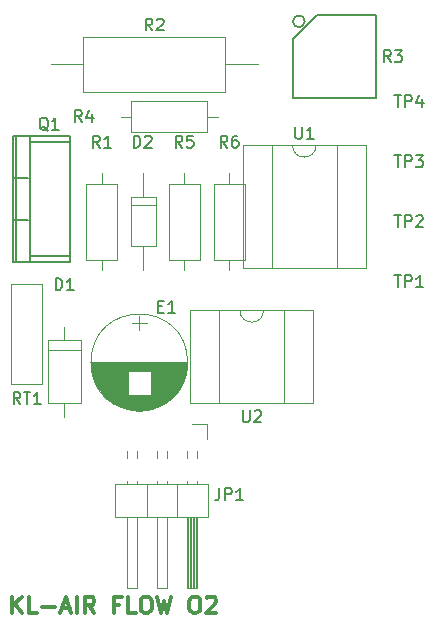
<source format=gbr>
G04 #@! TF.FileFunction,Legend,Top*
%FSLAX46Y46*%
G04 Gerber Fmt 4.6, Leading zero omitted, Abs format (unit mm)*
G04 Created by KiCad (PCBNEW 4.0.5) date 03/07/17 03:27:53*
%MOMM*%
%LPD*%
G01*
G04 APERTURE LIST*
%ADD10C,0.100000*%
%ADD11C,0.300000*%
%ADD12C,0.120000*%
%ADD13C,0.150000*%
%ADD14C,0.152400*%
G04 APERTURE END LIST*
D10*
D11*
X131481000Y-130935333D02*
X131481000Y-129535333D01*
X132281000Y-130935333D02*
X131681000Y-130135333D01*
X132281000Y-129535333D02*
X131481000Y-130335333D01*
X133547667Y-130935333D02*
X132881000Y-130935333D01*
X132881000Y-129535333D01*
X134014333Y-130402000D02*
X135081000Y-130402000D01*
X135681000Y-130535333D02*
X136347666Y-130535333D01*
X135547666Y-130935333D02*
X136014333Y-129535333D01*
X136481000Y-130935333D01*
X136947666Y-130935333D02*
X136947666Y-129535333D01*
X138414333Y-130935333D02*
X137947667Y-130268667D01*
X137614333Y-130935333D02*
X137614333Y-129535333D01*
X138147667Y-129535333D01*
X138281000Y-129602000D01*
X138347667Y-129668667D01*
X138414333Y-129802000D01*
X138414333Y-130002000D01*
X138347667Y-130135333D01*
X138281000Y-130202000D01*
X138147667Y-130268667D01*
X137614333Y-130268667D01*
X140547667Y-130202000D02*
X140081000Y-130202000D01*
X140081000Y-130935333D02*
X140081000Y-129535333D01*
X140747667Y-129535333D01*
X141947667Y-130935333D02*
X141281000Y-130935333D01*
X141281000Y-129535333D01*
X142681000Y-129535333D02*
X142947667Y-129535333D01*
X143081000Y-129602000D01*
X143214333Y-129735333D01*
X143281000Y-130002000D01*
X143281000Y-130468667D01*
X143214333Y-130735333D01*
X143081000Y-130868667D01*
X142947667Y-130935333D01*
X142681000Y-130935333D01*
X142547667Y-130868667D01*
X142414333Y-130735333D01*
X142347667Y-130468667D01*
X142347667Y-130002000D01*
X142414333Y-129735333D01*
X142547667Y-129602000D01*
X142681000Y-129535333D01*
X143747667Y-129535333D02*
X144081000Y-130935333D01*
X144347667Y-129935333D01*
X144614334Y-130935333D01*
X144947667Y-129535333D01*
X146814334Y-129535333D02*
X147081001Y-129535333D01*
X147214334Y-129602000D01*
X147347667Y-129735333D01*
X147414334Y-130002000D01*
X147414334Y-130468667D01*
X147347667Y-130735333D01*
X147214334Y-130868667D01*
X147081001Y-130935333D01*
X146814334Y-130935333D01*
X146681001Y-130868667D01*
X146547667Y-130735333D01*
X146481001Y-130468667D01*
X146481001Y-130002000D01*
X146547667Y-129735333D01*
X146681001Y-129602000D01*
X146814334Y-129535333D01*
X147947668Y-129668667D02*
X148014334Y-129602000D01*
X148147668Y-129535333D01*
X148481001Y-129535333D01*
X148614334Y-129602000D01*
X148681001Y-129668667D01*
X148747668Y-129802000D01*
X148747668Y-129935333D01*
X148681001Y-130135333D01*
X147881001Y-130935333D01*
X148747668Y-130935333D01*
D12*
X137300000Y-107830000D02*
X134480000Y-107830000D01*
X134480000Y-107830000D02*
X134480000Y-113150000D01*
X134480000Y-113150000D02*
X137300000Y-113150000D01*
X137300000Y-113150000D02*
X137300000Y-107830000D01*
X135890000Y-106690000D02*
X135890000Y-107830000D01*
X135890000Y-114290000D02*
X135890000Y-113150000D01*
X137300000Y-108670000D02*
X134480000Y-108670000D01*
X146330000Y-109700000D02*
G75*
G03X146330000Y-109700000I-4090000J0D01*
G01*
X146290000Y-109700000D02*
X138190000Y-109700000D01*
X146290000Y-109740000D02*
X138190000Y-109740000D01*
X146290000Y-109780000D02*
X138190000Y-109780000D01*
X146289000Y-109820000D02*
X138191000Y-109820000D01*
X146287000Y-109860000D02*
X138193000Y-109860000D01*
X146286000Y-109900000D02*
X138194000Y-109900000D01*
X146283000Y-109940000D02*
X138197000Y-109940000D01*
X146281000Y-109980000D02*
X138199000Y-109980000D01*
X146278000Y-110020000D02*
X138202000Y-110020000D01*
X146275000Y-110060000D02*
X138205000Y-110060000D01*
X146271000Y-110100000D02*
X138209000Y-110100000D01*
X146267000Y-110140000D02*
X138213000Y-110140000D01*
X146262000Y-110180000D02*
X138218000Y-110180000D01*
X146257000Y-110220000D02*
X138223000Y-110220000D01*
X146252000Y-110260000D02*
X138228000Y-110260000D01*
X146246000Y-110300000D02*
X138234000Y-110300000D01*
X146240000Y-110340000D02*
X138240000Y-110340000D01*
X146234000Y-110380000D02*
X138246000Y-110380000D01*
X146227000Y-110421000D02*
X138253000Y-110421000D01*
X146219000Y-110461000D02*
X138261000Y-110461000D01*
X146211000Y-110501000D02*
X143220000Y-110501000D01*
X141260000Y-110501000D02*
X138269000Y-110501000D01*
X146203000Y-110541000D02*
X143220000Y-110541000D01*
X141260000Y-110541000D02*
X138277000Y-110541000D01*
X146195000Y-110581000D02*
X143220000Y-110581000D01*
X141260000Y-110581000D02*
X138285000Y-110581000D01*
X146186000Y-110621000D02*
X143220000Y-110621000D01*
X141260000Y-110621000D02*
X138294000Y-110621000D01*
X146176000Y-110661000D02*
X143220000Y-110661000D01*
X141260000Y-110661000D02*
X138304000Y-110661000D01*
X146166000Y-110701000D02*
X143220000Y-110701000D01*
X141260000Y-110701000D02*
X138314000Y-110701000D01*
X146156000Y-110741000D02*
X143220000Y-110741000D01*
X141260000Y-110741000D02*
X138324000Y-110741000D01*
X146145000Y-110781000D02*
X143220000Y-110781000D01*
X141260000Y-110781000D02*
X138335000Y-110781000D01*
X146134000Y-110821000D02*
X143220000Y-110821000D01*
X141260000Y-110821000D02*
X138346000Y-110821000D01*
X146123000Y-110861000D02*
X143220000Y-110861000D01*
X141260000Y-110861000D02*
X138357000Y-110861000D01*
X146110000Y-110901000D02*
X143220000Y-110901000D01*
X141260000Y-110901000D02*
X138370000Y-110901000D01*
X146098000Y-110941000D02*
X143220000Y-110941000D01*
X141260000Y-110941000D02*
X138382000Y-110941000D01*
X146085000Y-110981000D02*
X143220000Y-110981000D01*
X141260000Y-110981000D02*
X138395000Y-110981000D01*
X146072000Y-111021000D02*
X143220000Y-111021000D01*
X141260000Y-111021000D02*
X138408000Y-111021000D01*
X146058000Y-111061000D02*
X143220000Y-111061000D01*
X141260000Y-111061000D02*
X138422000Y-111061000D01*
X146043000Y-111101000D02*
X143220000Y-111101000D01*
X141260000Y-111101000D02*
X138437000Y-111101000D01*
X146029000Y-111141000D02*
X143220000Y-111141000D01*
X141260000Y-111141000D02*
X138451000Y-111141000D01*
X146013000Y-111181000D02*
X143220000Y-111181000D01*
X141260000Y-111181000D02*
X138467000Y-111181000D01*
X145998000Y-111221000D02*
X143220000Y-111221000D01*
X141260000Y-111221000D02*
X138482000Y-111221000D01*
X145981000Y-111261000D02*
X143220000Y-111261000D01*
X141260000Y-111261000D02*
X138499000Y-111261000D01*
X145965000Y-111301000D02*
X143220000Y-111301000D01*
X141260000Y-111301000D02*
X138515000Y-111301000D01*
X145947000Y-111341000D02*
X143220000Y-111341000D01*
X141260000Y-111341000D02*
X138533000Y-111341000D01*
X145930000Y-111381000D02*
X143220000Y-111381000D01*
X141260000Y-111381000D02*
X138550000Y-111381000D01*
X145911000Y-111421000D02*
X143220000Y-111421000D01*
X141260000Y-111421000D02*
X138569000Y-111421000D01*
X145892000Y-111461000D02*
X143220000Y-111461000D01*
X141260000Y-111461000D02*
X138588000Y-111461000D01*
X145873000Y-111501000D02*
X143220000Y-111501000D01*
X141260000Y-111501000D02*
X138607000Y-111501000D01*
X145853000Y-111541000D02*
X143220000Y-111541000D01*
X141260000Y-111541000D02*
X138627000Y-111541000D01*
X145833000Y-111581000D02*
X143220000Y-111581000D01*
X141260000Y-111581000D02*
X138647000Y-111581000D01*
X145812000Y-111621000D02*
X143220000Y-111621000D01*
X141260000Y-111621000D02*
X138668000Y-111621000D01*
X145790000Y-111661000D02*
X143220000Y-111661000D01*
X141260000Y-111661000D02*
X138690000Y-111661000D01*
X145768000Y-111701000D02*
X143220000Y-111701000D01*
X141260000Y-111701000D02*
X138712000Y-111701000D01*
X145745000Y-111741000D02*
X143220000Y-111741000D01*
X141260000Y-111741000D02*
X138735000Y-111741000D01*
X145722000Y-111781000D02*
X143220000Y-111781000D01*
X141260000Y-111781000D02*
X138758000Y-111781000D01*
X145698000Y-111821000D02*
X143220000Y-111821000D01*
X141260000Y-111821000D02*
X138782000Y-111821000D01*
X145674000Y-111861000D02*
X143220000Y-111861000D01*
X141260000Y-111861000D02*
X138806000Y-111861000D01*
X145648000Y-111901000D02*
X143220000Y-111901000D01*
X141260000Y-111901000D02*
X138832000Y-111901000D01*
X145623000Y-111941000D02*
X143220000Y-111941000D01*
X141260000Y-111941000D02*
X138857000Y-111941000D01*
X145596000Y-111981000D02*
X143220000Y-111981000D01*
X141260000Y-111981000D02*
X138884000Y-111981000D01*
X145569000Y-112021000D02*
X143220000Y-112021000D01*
X141260000Y-112021000D02*
X138911000Y-112021000D01*
X145541000Y-112061000D02*
X143220000Y-112061000D01*
X141260000Y-112061000D02*
X138939000Y-112061000D01*
X145512000Y-112101000D02*
X143220000Y-112101000D01*
X141260000Y-112101000D02*
X138968000Y-112101000D01*
X145483000Y-112141000D02*
X143220000Y-112141000D01*
X141260000Y-112141000D02*
X138997000Y-112141000D01*
X145453000Y-112181000D02*
X143220000Y-112181000D01*
X141260000Y-112181000D02*
X139027000Y-112181000D01*
X145422000Y-112221000D02*
X143220000Y-112221000D01*
X141260000Y-112221000D02*
X139058000Y-112221000D01*
X145390000Y-112261000D02*
X143220000Y-112261000D01*
X141260000Y-112261000D02*
X139090000Y-112261000D01*
X145358000Y-112301000D02*
X143220000Y-112301000D01*
X141260000Y-112301000D02*
X139122000Y-112301000D01*
X145324000Y-112341000D02*
X143220000Y-112341000D01*
X141260000Y-112341000D02*
X139156000Y-112341000D01*
X145290000Y-112381000D02*
X143220000Y-112381000D01*
X141260000Y-112381000D02*
X139190000Y-112381000D01*
X145255000Y-112421000D02*
X143220000Y-112421000D01*
X141260000Y-112421000D02*
X139225000Y-112421000D01*
X145219000Y-112461000D02*
X139261000Y-112461000D01*
X145182000Y-112501000D02*
X139298000Y-112501000D01*
X145144000Y-112541000D02*
X139336000Y-112541000D01*
X145105000Y-112581000D02*
X139375000Y-112581000D01*
X145064000Y-112621000D02*
X139416000Y-112621000D01*
X145023000Y-112661000D02*
X139457000Y-112661000D01*
X144980000Y-112701000D02*
X139500000Y-112701000D01*
X144937000Y-112741000D02*
X139543000Y-112741000D01*
X144892000Y-112781000D02*
X139588000Y-112781000D01*
X144845000Y-112821000D02*
X139635000Y-112821000D01*
X144797000Y-112861000D02*
X139683000Y-112861000D01*
X144748000Y-112901000D02*
X139732000Y-112901000D01*
X144697000Y-112941000D02*
X139783000Y-112941000D01*
X144644000Y-112981000D02*
X139836000Y-112981000D01*
X144589000Y-113021000D02*
X139891000Y-113021000D01*
X144533000Y-113061000D02*
X139947000Y-113061000D01*
X144474000Y-113101000D02*
X140006000Y-113101000D01*
X144413000Y-113141000D02*
X140067000Y-113141000D01*
X144349000Y-113181000D02*
X140131000Y-113181000D01*
X144283000Y-113221000D02*
X140197000Y-113221000D01*
X144214000Y-113261000D02*
X140266000Y-113261000D01*
X144142000Y-113301000D02*
X140338000Y-113301000D01*
X144066000Y-113341000D02*
X140414000Y-113341000D01*
X143985000Y-113381000D02*
X140495000Y-113381000D01*
X143900000Y-113421000D02*
X140580000Y-113421000D01*
X143810000Y-113461000D02*
X140670000Y-113461000D01*
X143713000Y-113501000D02*
X140767000Y-113501000D01*
X143609000Y-113541000D02*
X140871000Y-113541000D01*
X143494000Y-113581000D02*
X140986000Y-113581000D01*
X143367000Y-113621000D02*
X141113000Y-113621000D01*
X143223000Y-113661000D02*
X141257000Y-113661000D01*
X143054000Y-113701000D02*
X141426000Y-113701000D01*
X142838000Y-113741000D02*
X141642000Y-113741000D01*
X142486000Y-113781000D02*
X141994000Y-113781000D01*
X142240000Y-105750000D02*
X142240000Y-106950000D01*
X142890000Y-106350000D02*
X141590000Y-106350000D01*
X148075000Y-120025000D02*
X145415000Y-120025000D01*
X145415000Y-120025000D02*
X145415000Y-122765000D01*
X145415000Y-122765000D02*
X148075000Y-122765000D01*
X148075000Y-122765000D02*
X148075000Y-120025000D01*
X147125000Y-122765000D02*
X146245000Y-122765000D01*
X146245000Y-122765000D02*
X146245000Y-128765000D01*
X146245000Y-128765000D02*
X147125000Y-128765000D01*
X147125000Y-128765000D02*
X147125000Y-122765000D01*
X147125000Y-119715000D02*
X147125000Y-120025000D01*
X146245000Y-119715000D02*
X146245000Y-120025000D01*
X147125000Y-117175000D02*
X147125000Y-117775000D01*
X146245000Y-117175000D02*
X146245000Y-117775000D01*
X147005000Y-122765000D02*
X147005000Y-128765000D01*
X146885000Y-122765000D02*
X146885000Y-128765000D01*
X146765000Y-122765000D02*
X146765000Y-128765000D01*
X146645000Y-122765000D02*
X146645000Y-128765000D01*
X146525000Y-122765000D02*
X146525000Y-128765000D01*
X146405000Y-122765000D02*
X146405000Y-128765000D01*
X146285000Y-122765000D02*
X146285000Y-128765000D01*
X145415000Y-120025000D02*
X142875000Y-120025000D01*
X142875000Y-120025000D02*
X142875000Y-122765000D01*
X142875000Y-122765000D02*
X145415000Y-122765000D01*
X145415000Y-122765000D02*
X145415000Y-120025000D01*
X144585000Y-122765000D02*
X143705000Y-122765000D01*
X143705000Y-122765000D02*
X143705000Y-128765000D01*
X143705000Y-128765000D02*
X144585000Y-128765000D01*
X144585000Y-128765000D02*
X144585000Y-122765000D01*
X144585000Y-119715000D02*
X144585000Y-120025000D01*
X143705000Y-119715000D02*
X143705000Y-120025000D01*
X144585000Y-117175000D02*
X144585000Y-117775000D01*
X143705000Y-117175000D02*
X143705000Y-117775000D01*
X142875000Y-120025000D02*
X140215000Y-120025000D01*
X140215000Y-120025000D02*
X140215000Y-122765000D01*
X140215000Y-122765000D02*
X142875000Y-122765000D01*
X142875000Y-122765000D02*
X142875000Y-120025000D01*
X142045000Y-122765000D02*
X141165000Y-122765000D01*
X141165000Y-122765000D02*
X141165000Y-128765000D01*
X141165000Y-128765000D02*
X142045000Y-128765000D01*
X142045000Y-128765000D02*
X142045000Y-122765000D01*
X142045000Y-119715000D02*
X142045000Y-120025000D01*
X141165000Y-119715000D02*
X141165000Y-120025000D01*
X142045000Y-117175000D02*
X142045000Y-117775000D01*
X141165000Y-117175000D02*
X141165000Y-117775000D01*
X146685000Y-114935000D02*
X147955000Y-114935000D01*
X147955000Y-114935000D02*
X147955000Y-116205000D01*
D13*
X132969000Y-91059000D02*
X136398000Y-91059000D01*
X132969000Y-100711000D02*
X136398000Y-100711000D01*
X131826000Y-90551000D02*
X131826000Y-101219000D01*
X132842000Y-94107000D02*
X131572000Y-94107000D01*
X132842000Y-97663000D02*
X131572000Y-97663000D01*
X132969000Y-101219000D02*
X132969000Y-90551000D01*
X136398000Y-90551000D02*
X136398000Y-101219000D01*
X131572000Y-101219000D02*
X136398000Y-101219000D01*
X131572000Y-90551000D02*
X136398000Y-90551000D01*
X131572000Y-90551000D02*
X131572000Y-101219000D01*
D12*
X140375000Y-94580000D02*
X137755000Y-94580000D01*
X137755000Y-94580000D02*
X137755000Y-101000000D01*
X137755000Y-101000000D02*
X140375000Y-101000000D01*
X140375000Y-101000000D02*
X140375000Y-94580000D01*
X139065000Y-93690000D02*
X139065000Y-94580000D01*
X139065000Y-101890000D02*
X139065000Y-101000000D01*
X141570000Y-87590000D02*
X141570000Y-90210000D01*
X141570000Y-90210000D02*
X147990000Y-90210000D01*
X147990000Y-90210000D02*
X147990000Y-87590000D01*
X147990000Y-87590000D02*
X141570000Y-87590000D01*
X140680000Y-88900000D02*
X141570000Y-88900000D01*
X148880000Y-88900000D02*
X147990000Y-88900000D01*
X147360000Y-94580000D02*
X144740000Y-94580000D01*
X144740000Y-94580000D02*
X144740000Y-101000000D01*
X144740000Y-101000000D02*
X147360000Y-101000000D01*
X147360000Y-101000000D02*
X147360000Y-94580000D01*
X146050000Y-93690000D02*
X146050000Y-94580000D01*
X146050000Y-101890000D02*
X146050000Y-101000000D01*
X151170000Y-94580000D02*
X148550000Y-94580000D01*
X148550000Y-94580000D02*
X148550000Y-101000000D01*
X148550000Y-101000000D02*
X151170000Y-101000000D01*
X151170000Y-101000000D02*
X151170000Y-94580000D01*
X149860000Y-93690000D02*
X149860000Y-94580000D01*
X149860000Y-101890000D02*
X149860000Y-101000000D01*
X157210000Y-91320000D02*
G75*
G02X155210000Y-91320000I-1000000J0D01*
G01*
X155210000Y-91320000D02*
X153440000Y-91320000D01*
X153440000Y-91320000D02*
X153440000Y-101720000D01*
X153440000Y-101720000D02*
X158980000Y-101720000D01*
X158980000Y-101720000D02*
X158980000Y-91320000D01*
X158980000Y-91320000D02*
X157210000Y-91320000D01*
X151010000Y-91320000D02*
X151010000Y-101720000D01*
X151010000Y-101720000D02*
X161410000Y-101720000D01*
X161410000Y-101720000D02*
X161410000Y-91320000D01*
X161410000Y-91320000D02*
X151010000Y-91320000D01*
X152765000Y-105290000D02*
G75*
G02X150765000Y-105290000I-1000000J0D01*
G01*
X150765000Y-105290000D02*
X148995000Y-105290000D01*
X148995000Y-105290000D02*
X148995000Y-113150000D01*
X148995000Y-113150000D02*
X154535000Y-113150000D01*
X154535000Y-113150000D02*
X154535000Y-105290000D01*
X154535000Y-105290000D02*
X152765000Y-105290000D01*
X146565000Y-105290000D02*
X146565000Y-113150000D01*
X146565000Y-113150000D02*
X156965000Y-113150000D01*
X156965000Y-113150000D02*
X156965000Y-105290000D01*
X156965000Y-105290000D02*
X146565000Y-105290000D01*
X143617500Y-95730000D02*
X141497500Y-95730000D01*
X141497500Y-95730000D02*
X141497500Y-99850000D01*
X141497500Y-99850000D02*
X143617500Y-99850000D01*
X143617500Y-99850000D02*
X143617500Y-95730000D01*
X142557500Y-93690000D02*
X142557500Y-95730000D01*
X142557500Y-101890000D02*
X142557500Y-99850000D01*
X143617500Y-96390000D02*
X141497500Y-96390000D01*
X131385000Y-111565000D02*
X131385000Y-103065000D01*
X134045000Y-111565000D02*
X134045000Y-103065000D01*
X131385000Y-111565000D02*
X134045000Y-111565000D01*
X131385000Y-103065000D02*
X134045000Y-103065000D01*
D13*
X157250000Y-80320000D02*
X162250000Y-80320000D01*
X155250000Y-82320000D02*
X155250000Y-87320000D01*
X157250000Y-80320000D02*
X155250000Y-82320000D01*
X156250000Y-80820000D02*
G75*
G03X156250000Y-80820000I-500000J0D01*
G01*
X162250000Y-80320000D02*
X162250000Y-87320000D01*
X162250000Y-87320000D02*
X155250000Y-87320000D01*
D12*
X137500000Y-82145000D02*
X137500000Y-86765000D01*
X137500000Y-86765000D02*
X149520000Y-86765000D01*
X149520000Y-86765000D02*
X149520000Y-82145000D01*
X149520000Y-82145000D02*
X137500000Y-82145000D01*
X134730000Y-84455000D02*
X137500000Y-84455000D01*
X152290000Y-84455000D02*
X149520000Y-84455000D01*
D13*
X135151905Y-103576381D02*
X135151905Y-102576381D01*
X135390000Y-102576381D01*
X135532858Y-102624000D01*
X135628096Y-102719238D01*
X135675715Y-102814476D01*
X135723334Y-103004952D01*
X135723334Y-103147810D01*
X135675715Y-103338286D01*
X135628096Y-103433524D01*
X135532858Y-103528762D01*
X135390000Y-103576381D01*
X135151905Y-103576381D01*
X136675715Y-103576381D02*
X136104286Y-103576381D01*
X136390000Y-103576381D02*
X136390000Y-102576381D01*
X136294762Y-102719238D01*
X136199524Y-102814476D01*
X136104286Y-102862095D01*
X143835524Y-104957571D02*
X144168858Y-104957571D01*
X144311715Y-105481381D02*
X143835524Y-105481381D01*
X143835524Y-104481381D01*
X144311715Y-104481381D01*
X145264096Y-105481381D02*
X144692667Y-105481381D01*
X144978381Y-105481381D02*
X144978381Y-104481381D01*
X144883143Y-104624238D01*
X144787905Y-104719476D01*
X144692667Y-104767095D01*
X149026667Y-120356381D02*
X149026667Y-121070667D01*
X148979047Y-121213524D01*
X148883809Y-121308762D01*
X148740952Y-121356381D01*
X148645714Y-121356381D01*
X149502857Y-121356381D02*
X149502857Y-120356381D01*
X149883810Y-120356381D01*
X149979048Y-120404000D01*
X150026667Y-120451619D01*
X150074286Y-120546857D01*
X150074286Y-120689714D01*
X150026667Y-120784952D01*
X149979048Y-120832571D01*
X149883810Y-120880190D01*
X149502857Y-120880190D01*
X151026667Y-121356381D02*
X150455238Y-121356381D01*
X150740952Y-121356381D02*
X150740952Y-120356381D01*
X150645714Y-120499238D01*
X150550476Y-120594476D01*
X150455238Y-120642095D01*
X134524762Y-90082619D02*
X134429524Y-90035000D01*
X134334286Y-89939762D01*
X134191429Y-89796905D01*
X134096190Y-89749286D01*
X134000952Y-89749286D01*
X134048571Y-89987381D02*
X133953333Y-89939762D01*
X133858095Y-89844524D01*
X133810476Y-89654048D01*
X133810476Y-89320714D01*
X133858095Y-89130238D01*
X133953333Y-89035000D01*
X134048571Y-88987381D01*
X134239048Y-88987381D01*
X134334286Y-89035000D01*
X134429524Y-89130238D01*
X134477143Y-89320714D01*
X134477143Y-89654048D01*
X134429524Y-89844524D01*
X134334286Y-89939762D01*
X134239048Y-89987381D01*
X134048571Y-89987381D01*
X135429524Y-89987381D02*
X134858095Y-89987381D01*
X135143809Y-89987381D02*
X135143809Y-88987381D01*
X135048571Y-89130238D01*
X134953333Y-89225476D01*
X134858095Y-89273095D01*
X138898334Y-91511381D02*
X138565000Y-91035190D01*
X138326905Y-91511381D02*
X138326905Y-90511381D01*
X138707858Y-90511381D01*
X138803096Y-90559000D01*
X138850715Y-90606619D01*
X138898334Y-90701857D01*
X138898334Y-90844714D01*
X138850715Y-90939952D01*
X138803096Y-90987571D01*
X138707858Y-91035190D01*
X138326905Y-91035190D01*
X139850715Y-91511381D02*
X139279286Y-91511381D01*
X139565000Y-91511381D02*
X139565000Y-90511381D01*
X139469762Y-90654238D01*
X139374524Y-90749476D01*
X139279286Y-90797095D01*
X137374334Y-89352381D02*
X137041000Y-88876190D01*
X136802905Y-89352381D02*
X136802905Y-88352381D01*
X137183858Y-88352381D01*
X137279096Y-88400000D01*
X137326715Y-88447619D01*
X137374334Y-88542857D01*
X137374334Y-88685714D01*
X137326715Y-88780952D01*
X137279096Y-88828571D01*
X137183858Y-88876190D01*
X136802905Y-88876190D01*
X138231477Y-88685714D02*
X138231477Y-89352381D01*
X137993381Y-88304762D02*
X137755286Y-89019048D01*
X138374334Y-89019048D01*
X145883334Y-91511381D02*
X145550000Y-91035190D01*
X145311905Y-91511381D02*
X145311905Y-90511381D01*
X145692858Y-90511381D01*
X145788096Y-90559000D01*
X145835715Y-90606619D01*
X145883334Y-90701857D01*
X145883334Y-90844714D01*
X145835715Y-90939952D01*
X145788096Y-90987571D01*
X145692858Y-91035190D01*
X145311905Y-91035190D01*
X146788096Y-90511381D02*
X146311905Y-90511381D01*
X146264286Y-90987571D01*
X146311905Y-90939952D01*
X146407143Y-90892333D01*
X146645239Y-90892333D01*
X146740477Y-90939952D01*
X146788096Y-90987571D01*
X146835715Y-91082810D01*
X146835715Y-91320905D01*
X146788096Y-91416143D01*
X146740477Y-91463762D01*
X146645239Y-91511381D01*
X146407143Y-91511381D01*
X146311905Y-91463762D01*
X146264286Y-91416143D01*
X149693334Y-91511381D02*
X149360000Y-91035190D01*
X149121905Y-91511381D02*
X149121905Y-90511381D01*
X149502858Y-90511381D01*
X149598096Y-90559000D01*
X149645715Y-90606619D01*
X149693334Y-90701857D01*
X149693334Y-90844714D01*
X149645715Y-90939952D01*
X149598096Y-90987571D01*
X149502858Y-91035190D01*
X149121905Y-91035190D01*
X150550477Y-90511381D02*
X150360000Y-90511381D01*
X150264762Y-90559000D01*
X150217143Y-90606619D01*
X150121905Y-90749476D01*
X150074286Y-90939952D01*
X150074286Y-91320905D01*
X150121905Y-91416143D01*
X150169524Y-91463762D01*
X150264762Y-91511381D01*
X150455239Y-91511381D01*
X150550477Y-91463762D01*
X150598096Y-91416143D01*
X150645715Y-91320905D01*
X150645715Y-91082810D01*
X150598096Y-90987571D01*
X150550477Y-90939952D01*
X150455239Y-90892333D01*
X150264762Y-90892333D01*
X150169524Y-90939952D01*
X150121905Y-90987571D01*
X150074286Y-91082810D01*
X155448095Y-89772381D02*
X155448095Y-90581905D01*
X155495714Y-90677143D01*
X155543333Y-90724762D01*
X155638571Y-90772381D01*
X155829048Y-90772381D01*
X155924286Y-90724762D01*
X155971905Y-90677143D01*
X156019524Y-90581905D01*
X156019524Y-89772381D01*
X157019524Y-90772381D02*
X156448095Y-90772381D01*
X156733809Y-90772381D02*
X156733809Y-89772381D01*
X156638571Y-89915238D01*
X156543333Y-90010476D01*
X156448095Y-90058095D01*
X151003095Y-113752381D02*
X151003095Y-114561905D01*
X151050714Y-114657143D01*
X151098333Y-114704762D01*
X151193571Y-114752381D01*
X151384048Y-114752381D01*
X151479286Y-114704762D01*
X151526905Y-114657143D01*
X151574524Y-114561905D01*
X151574524Y-113752381D01*
X152003095Y-113847619D02*
X152050714Y-113800000D01*
X152145952Y-113752381D01*
X152384048Y-113752381D01*
X152479286Y-113800000D01*
X152526905Y-113847619D01*
X152574524Y-113942857D01*
X152574524Y-114038095D01*
X152526905Y-114180952D01*
X151955476Y-114752381D01*
X152574524Y-114752381D01*
X141755905Y-91511381D02*
X141755905Y-90511381D01*
X141994000Y-90511381D01*
X142136858Y-90559000D01*
X142232096Y-90654238D01*
X142279715Y-90749476D01*
X142327334Y-90939952D01*
X142327334Y-91082810D01*
X142279715Y-91273286D01*
X142232096Y-91368524D01*
X142136858Y-91463762D01*
X141994000Y-91511381D01*
X141755905Y-91511381D01*
X142708286Y-90606619D02*
X142755905Y-90559000D01*
X142851143Y-90511381D01*
X143089239Y-90511381D01*
X143184477Y-90559000D01*
X143232096Y-90606619D01*
X143279715Y-90701857D01*
X143279715Y-90797095D01*
X143232096Y-90939952D01*
X142660667Y-91511381D01*
X143279715Y-91511381D01*
X163838095Y-102322381D02*
X164409524Y-102322381D01*
X164123809Y-103322381D02*
X164123809Y-102322381D01*
X164742857Y-103322381D02*
X164742857Y-102322381D01*
X165123810Y-102322381D01*
X165219048Y-102370000D01*
X165266667Y-102417619D01*
X165314286Y-102512857D01*
X165314286Y-102655714D01*
X165266667Y-102750952D01*
X165219048Y-102798571D01*
X165123810Y-102846190D01*
X164742857Y-102846190D01*
X166266667Y-103322381D02*
X165695238Y-103322381D01*
X165980952Y-103322381D02*
X165980952Y-102322381D01*
X165885714Y-102465238D01*
X165790476Y-102560476D01*
X165695238Y-102608095D01*
X163838095Y-97242381D02*
X164409524Y-97242381D01*
X164123809Y-98242381D02*
X164123809Y-97242381D01*
X164742857Y-98242381D02*
X164742857Y-97242381D01*
X165123810Y-97242381D01*
X165219048Y-97290000D01*
X165266667Y-97337619D01*
X165314286Y-97432857D01*
X165314286Y-97575714D01*
X165266667Y-97670952D01*
X165219048Y-97718571D01*
X165123810Y-97766190D01*
X164742857Y-97766190D01*
X165695238Y-97337619D02*
X165742857Y-97290000D01*
X165838095Y-97242381D01*
X166076191Y-97242381D01*
X166171429Y-97290000D01*
X166219048Y-97337619D01*
X166266667Y-97432857D01*
X166266667Y-97528095D01*
X166219048Y-97670952D01*
X165647619Y-98242381D01*
X166266667Y-98242381D01*
X163838095Y-92162381D02*
X164409524Y-92162381D01*
X164123809Y-93162381D02*
X164123809Y-92162381D01*
X164742857Y-93162381D02*
X164742857Y-92162381D01*
X165123810Y-92162381D01*
X165219048Y-92210000D01*
X165266667Y-92257619D01*
X165314286Y-92352857D01*
X165314286Y-92495714D01*
X165266667Y-92590952D01*
X165219048Y-92638571D01*
X165123810Y-92686190D01*
X164742857Y-92686190D01*
X165647619Y-92162381D02*
X166266667Y-92162381D01*
X165933333Y-92543333D01*
X166076191Y-92543333D01*
X166171429Y-92590952D01*
X166219048Y-92638571D01*
X166266667Y-92733810D01*
X166266667Y-92971905D01*
X166219048Y-93067143D01*
X166171429Y-93114762D01*
X166076191Y-93162381D01*
X165790476Y-93162381D01*
X165695238Y-93114762D01*
X165647619Y-93067143D01*
X163838095Y-87082381D02*
X164409524Y-87082381D01*
X164123809Y-88082381D02*
X164123809Y-87082381D01*
X164742857Y-88082381D02*
X164742857Y-87082381D01*
X165123810Y-87082381D01*
X165219048Y-87130000D01*
X165266667Y-87177619D01*
X165314286Y-87272857D01*
X165314286Y-87415714D01*
X165266667Y-87510952D01*
X165219048Y-87558571D01*
X165123810Y-87606190D01*
X164742857Y-87606190D01*
X166171429Y-87415714D02*
X166171429Y-88082381D01*
X165933333Y-87034762D02*
X165695238Y-87749048D01*
X166314286Y-87749048D01*
X132167381Y-113228381D02*
X131834047Y-112752190D01*
X131595952Y-113228381D02*
X131595952Y-112228381D01*
X131976905Y-112228381D01*
X132072143Y-112276000D01*
X132119762Y-112323619D01*
X132167381Y-112418857D01*
X132167381Y-112561714D01*
X132119762Y-112656952D01*
X132072143Y-112704571D01*
X131976905Y-112752190D01*
X131595952Y-112752190D01*
X132453095Y-112228381D02*
X133024524Y-112228381D01*
X132738809Y-113228381D02*
X132738809Y-112228381D01*
X133881667Y-113228381D02*
X133310238Y-113228381D01*
X133595952Y-113228381D02*
X133595952Y-112228381D01*
X133500714Y-112371238D01*
X133405476Y-112466476D01*
X133310238Y-112514095D01*
D14*
X163536334Y-84272381D02*
X163203000Y-83796190D01*
X162964905Y-84272381D02*
X162964905Y-83272381D01*
X163345858Y-83272381D01*
X163441096Y-83320000D01*
X163488715Y-83367619D01*
X163536334Y-83462857D01*
X163536334Y-83605714D01*
X163488715Y-83700952D01*
X163441096Y-83748571D01*
X163345858Y-83796190D01*
X162964905Y-83796190D01*
X163869667Y-83272381D02*
X164488715Y-83272381D01*
X164155381Y-83653333D01*
X164298239Y-83653333D01*
X164393477Y-83700952D01*
X164441096Y-83748571D01*
X164488715Y-83843810D01*
X164488715Y-84081905D01*
X164441096Y-84177143D01*
X164393477Y-84224762D01*
X164298239Y-84272381D01*
X164012524Y-84272381D01*
X163917286Y-84224762D01*
X163869667Y-84177143D01*
D13*
X143343334Y-81597381D02*
X143010000Y-81121190D01*
X142771905Y-81597381D02*
X142771905Y-80597381D01*
X143152858Y-80597381D01*
X143248096Y-80645000D01*
X143295715Y-80692619D01*
X143343334Y-80787857D01*
X143343334Y-80930714D01*
X143295715Y-81025952D01*
X143248096Y-81073571D01*
X143152858Y-81121190D01*
X142771905Y-81121190D01*
X143724286Y-80692619D02*
X143771905Y-80645000D01*
X143867143Y-80597381D01*
X144105239Y-80597381D01*
X144200477Y-80645000D01*
X144248096Y-80692619D01*
X144295715Y-80787857D01*
X144295715Y-80883095D01*
X144248096Y-81025952D01*
X143676667Y-81597381D01*
X144295715Y-81597381D01*
M02*

</source>
